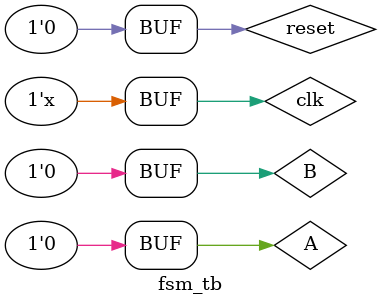
<source format=sv>
module fsm_tb;
    logic clk, reset, A, B;
    logic Q;
    fsm uut (clk,reset,A,B,Q);
    initial clk = 0;
    always #10 clk = ~clk;
    initial begin
        reset = 1;
        A = 0;
        B = 0;
        #20;
        reset = 0;
        #20;
        A = 1; B = 0;
        #20;
        A = 0; B = 1;
        #20;
        B = 1;
        #20;
        B = 0;
        #20;
        reset = 1;
        #20;
        reset = 0;
        #100;
    end
endmodule

</source>
